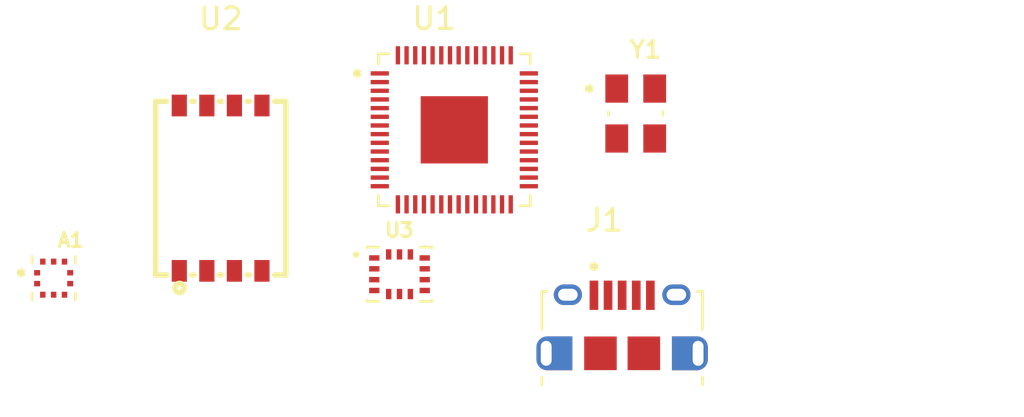
<source format=kicad_pcb>
(kicad_pcb (version 20241229) (generator "pcbnew") (generator_version "9.0")
  (layers (0 "F.Cu" signal) (2 "B.Cu" signal) (13 "F.Paste" user) (15 "B.Paste" user) (5 "F.SilkS" user "F.Silkscreen") (7 "B.SilkS" user "B.Silkscreen") (1 "F.Mask" user) (3 "B.Mask" user) (25 "Edge.Cuts" user))
  (net 0 "")
  (net 2 "/SPI0_SCK")
  (net 3 "GND")
  (net 4 "/SPI0_TX")
  (net 5 "/BARO_CS")
  (net 6 "/SPI0_RX")
  (net 7 "+1V8")
  (net 14 "/QSPI_SD2")
  (net 22 "/QSPI_SD1")
  (net 23 "Net-(U1-USB_DM)")
  (net 27 "/QSPI_SD3")
  (net 30 "/QSPI_SD0")
  (net 31 "Net-(U1-USB_DP)")
  (net 38 "/QSPI_SS")
  (net 39 "/QSPI_SCLK")
  (net 40 "+1V1")
  (net 42 "/GYRO_CS")
  (net 48 "/USB_D+")
  (net 50 "/USB_D-")
  (net 56 "VBUS")
  (footprint "Components:AMPHENOL_10118194-0001LF" (layer "F.Cu") (at 146 91.6)
    (property "Reference" "J1" (at -0.825 -6.135 0) (layer "F.SilkS"))
    (property "Value" "10118194-0001LF")
    (fp_line (start -3.7 -2.85) (end -3.47 -2.85) (stroke (width 0.127)) (layer "F.SilkS"))
    (fp_line (start -3.7 -1.1) (end -3.7 -2.85) (stroke (width 0.127)) (layer "F.SilkS"))
    (fp_line (start -3.7 1.45) (end -3.7 1.1) (stroke (width 0.127)) (layer "F.SilkS"))
    (fp_line (start 3.47 -2.85) (end 3.7 -2.85) (stroke (width 0.127)) (layer "F.SilkS"))
    (fp_line (start 3.7 -2.85) (end 3.7 -1.1) (stroke (width 0.127)) (layer "F.SilkS"))
    (fp_line (start 3.7 1.1) (end 3.7 1.45) (stroke (width 0.127)) (layer "F.SilkS"))
    (fp_circle (center -1.3 -4) (end -1.2 -4) (stroke (width 0.2)) (fill no) (layer "F.SilkS"))
    (pad "1" smd rect (at -1.3 -2.675) (size 0.4 1.35) (layers "F.Cu" "F.Mask" "F.Paste") (net 56 "VBUS"))
    (pad "2" smd rect (at -0.65 -2.675) (size 0.4 1.35) (layers "F.Cu" "F.Mask" "F.Paste") (net 50 "/USB_D-"))
    (pad "3" smd rect (at 0 -2.675) (size 0.4 1.35) (layers "F.Cu" "F.Mask" "F.Paste") (net 48 "/USB_D+"))
    (pad "4" smd rect (at 0.65 -2.675) (size 0.4 1.35) (layers "F.Cu" "F.Mask" "F.Paste"))
    (pad "5" smd rect (at 1.3 -2.675) (size 0.4 1.35) (layers "F.Cu" "F.Mask" "F.Paste") (net 3 "GND"))
    (pad "SH1" thru_hole custom (at -3.5 0) (size 0.775 1.55) (drill oval 0.5 1.15) (layers "*.Cu") (net 3 "GND") (options (clearance outline) (anchor circle)) (primitives (gr_poly (pts (xy 1.2 0.775) (xy 0.055 0.775) (xy 0.029 0.774) (xy 0.003 0.772) (xy -0.023 0.769) (xy -0.049 0.764) (xy -0.074 0.758) (xy -0.1 0.751) (xy -0.124 0.742) (xy -0.148 0.732) (xy -0.172 0.721) (xy -0.195 0.708) (xy -0.217 0.694) (xy -0.239 0.68) (xy -0.26 0.664) (xy -0.28 0.647) (xy -0.299 0.629) (xy -0.317 0.61) (xy -0.334 0.59) (xy -0.35 0.569) (xy -0.364 0.547) (xy -0.378 0.525) (xy -0.391 0.502) (xy -0.402 0.478) (xy -0.412 0.454) (xy -0.421 0.43) (xy -0.428 0.404) (xy -0.434 0.379) (xy -0.439 0.353) (xy -0.442 0.327) (xy -0.444 0.301) (xy -0.445 0.275) (xy -0.445 -0.275) (xy -0.444 -0.301) (xy -0.442 -0.327) (xy -0.439 -0.353) (xy -0.434 -0.379) (xy -0.428 -0.404) (xy -0.421 -0.43) (xy -0.412 -0.454) (xy -0.402 -0.478) (xy -0.391 -0.502) (xy -0.378 -0.525) (xy -0.364 -0.547) (xy -0.35 -0.569) (xy -0.334 -0.59) (xy -0.317 -0.61) (xy -0.299 -0.629) (xy -0.28 -0.647) (xy -0.26 -0.664) (xy -0.239 -0.68) (xy -0.217 -0.694) (xy -0.195 -0.708) (xy -0.172 -0.721) (xy -0.148 -0.732) (xy -0.124 -0.742) (xy -0.1 -0.751) (xy -0.074 -0.758) (xy -0.049 -0.764) (xy -0.023 -0.769) (xy 0.003 -0.772) (xy 0.029 -0.774) (xy 0.055 -0.775) (xy 1.2 -0.775) (xy 1.2 0.775)) (width 0.01) (fill yes))))
    (pad "SH2" smd rect (at 1 0) (size 1.5 1.55) (layers "F.Cu" "F.Mask" "F.Paste") (net 3 "GND"))
    (pad "SH3" smd rect (at -1 0) (size 1.5 1.55) (layers "F.Cu" "F.Mask" "F.Paste") (net 3 "GND"))
    (pad "SH4" thru_hole custom (at 3.5 0) (size 0.775 1.55) (drill oval 0.5 1.15) (layers "*.Cu") (net 3 "GND") (options (clearance outline) (anchor circle)) (primitives (gr_poly (pts (xy -1.2 -0.775) (xy -0.055 -0.775) (xy -0.029 -0.774) (xy -0.003 -0.772) (xy 0.023 -0.769) (xy 0.049 -0.764) (xy 0.074 -0.758) (xy 0.1 -0.751) (xy 0.124 -0.742) (xy 0.148 -0.732) (xy 0.172 -0.721) (xy 0.195 -0.708) (xy 0.217 -0.694) (xy 0.239 -0.68) (xy 0.26 -0.664) (xy 0.28 -0.647) (xy 0.299 -0.629) (xy 0.317 -0.61) (xy 0.334 -0.59) (xy 0.35 -0.569) (xy 0.364 -0.547) (xy 0.378 -0.525) (xy 0.391 -0.502) (xy 0.402 -0.478) (xy 0.412 -0.454) (xy 0.421 -0.43) (xy 0.428 -0.404) (xy 0.434 -0.379) (xy 0.439 -0.353) (xy 0.442 -0.327) (xy 0.444 -0.301) (xy 0.445 -0.275) (xy 0.445 0.275) (xy 0.444 0.301) (xy 0.442 0.327) (xy 0.439 0.353) (xy 0.434 0.379) (xy 0.428 0.404) (xy 0.421 0.43) (xy 0.412 0.454) (xy 0.402 0.478) (xy 0.391 0.502) (xy 0.378 0.525) (xy 0.364 0.547) (xy 0.35 0.569) (xy 0.334 0.59) (xy 0.317 0.61) (xy 0.299 0.629) (xy 0.28 0.647) (xy 0.26 0.664) (xy 0.239 0.68) (xy 0.217 0.694) (xy 0.195 0.708) (xy 0.172 0.721) (xy 0.148 0.732) (xy 0.124 0.742) (xy 0.1 0.751) (xy 0.074 0.758) (xy 0.049 0.764) (xy 0.023 0.769) (xy -0.003 0.772) (xy -0.029 0.774) (xy -0.055 0.775) (xy -1.2 0.775) (xy -1.2 -0.775)) (width 0.01) (fill yes))))
    (pad "SH5" thru_hole oval (at -2.5 -2.7) (size 1.3 0.95) (drill oval 0.9 0.55) (layers "*.Cu" "*.Mask") (net 3 "GND"))
    (pad "SH6" thru_hole oval (at 2.5 -2.7) (size 1.3 0.95) (drill oval 0.9 0.55) (layers "*.Cu" "*.Mask") (net 3 "GND"))
  )
  (footprint "Components:XTAL_ABM8-272-T3" (layer "F.Cu") (at 146.625 80.55)
    (property "Reference" "Y1" (at 0.45 -2.95 0) (layer "F.SilkS") (effects (font (size 0.787402 0.787402))))
    (property "Value" "ABM8-272-T3")
    (fp_line (start -1.25 -0.085) (end -1.25 0.085) (stroke (width 0.127)) (layer "F.SilkS"))
    (fp_line (start 1.25 -0.085) (end 1.25 0.085) (stroke (width 0.127)) (layer "F.SilkS"))
    (fp_circle (center -2.145 -1.15) (end -2.045 -1.15) (stroke (width 0.2)) (fill no) (layer "F.SilkS"))
    (pad "1" smd rect (at -0.875 -1.15) (size 1.05 1.3) (layers "F.Cu" "F.Mask" "F.Paste"))
    (pad "2" smd rect (at -0.875 1.15) (size 1.05 1.3) (layers "F.Cu" "F.Mask" "F.Paste"))
    (pad "3" smd rect (at 0.875 1.15) (size 1.05 1.3) (layers "F.Cu" "F.Mask" "F.Paste"))
    (pad "4" smd rect (at 0.875 -1.15) (size 1.05 1.3) (layers "F.Cu" "F.Mask" "F.Paste"))
  )
  (footprint "easyeda2kicad:U-PDFN-8_L6.0-W8.0-P1.27-BL" (layer "F.Cu") (at 127.5 83.99)
    (property "Reference" "U2" (at 0 -7.81 0) (layer "F.SilkS"))
    (property "Value" "MT29F2G01ABAGDWB-IT-G")
    (fp_line (start -3 -4) (end -3 4) (stroke (width 0.25)) (layer "F.SilkS"))
    (fp_line (start -3 -4) (end -2.5 -4) (stroke (width 0.25)) (layer "F.SilkS"))
    (fp_line (start -3 4) (end -2.5 4) (stroke (width 0.25)) (layer "F.SilkS"))
    (fp_line (start -2.5 -4) (end -2.49 -4) (stroke (width 0.25)) (layer "F.SilkS"))
    (fp_line (start -2.5 4) (end -2.49 4) (stroke (width 0.25)) (layer "F.SilkS"))
    (fp_line (start -1.33 -4) (end -1.22 -4) (stroke (width 0.25)) (layer "F.SilkS"))
    (fp_line (start -1.33 4) (end -1.22 4) (stroke (width 0.25)) (layer "F.SilkS"))
    (fp_line (start -0.06 -4) (end 0.05 -4) (stroke (width 0.25)) (layer "F.SilkS"))
    (fp_line (start -0.06 4) (end 0.05 4) (stroke (width 0.25)) (layer "F.SilkS"))
    (fp_line (start 1.22 -4) (end 1.33 -4) (stroke (width 0.25)) (layer "F.SilkS"))
    (fp_line (start 1.22 4) (end 1.33 4) (stroke (width 0.25)) (layer "F.SilkS"))
    (fp_line (start 2.49 -4) (end 2.5 -4) (stroke (width 0.25)) (layer "F.SilkS"))
    (fp_line (start 2.49 4) (end 2.5 4) (stroke (width 0.25)) (layer "F.SilkS"))
    (fp_line (start 2.5 -4) (end 3 -4) (stroke (width 0.25)) (layer "F.SilkS"))
    (fp_line (start 2.5 4) (end 3 4) (stroke (width 0.25)) (layer "F.SilkS"))
    (fp_line (start 3 -4) (end 3 4) (stroke (width 0.25)) (layer "F.SilkS"))
    (fp_circle (center -1.9 4.6) (end -1.81 4.6) (stroke (width 0.25)) (fill no) (layer "F.SilkS"))
    (pad "1" smd rect (at -1.91 3.81 180) (size 0.7 1) (layers "F.Cu" "F.Mask" "F.Paste") (net 38 "/QSPI_SS"))
    (pad "2" smd rect (at -0.64 3.81) (size 0.7 1) (layers "F.Cu" "F.Mask" "F.Paste") (net 22 "/QSPI_SD1"))
    (pad "3" smd rect (at 0.63 3.81) (size 0.7 1) (layers "F.Cu" "F.Mask" "F.Paste") (net 14 "/QSPI_SD2"))
    (pad "4" smd rect (at 1.9 3.81) (size 0.7 1) (layers "F.Cu" "F.Mask" "F.Paste") (net 3 "GND"))
    (pad "5" smd rect (at 1.9 -3.81) (size 0.7 1) (layers "F.Cu" "F.Mask" "F.Paste") (net 30 "/QSPI_SD0"))
    (pad "6" smd rect (at 0.63 -3.81) (size 0.7 1) (layers "F.Cu" "F.Mask" "F.Paste") (net 39 "/QSPI_SCLK"))
    (pad "7" smd rect (at -0.64 -3.81) (size 0.7 1) (layers "F.Cu" "F.Mask" "F.Paste") (net 27 "/QSPI_SD3"))
    (pad "8" smd rect (at -1.91 -3.81) (size 0.7 1) (layers "F.Cu" "F.Mask" "F.Paste"))
  )
  (footprint "Components:QFN40P700X700X90-57N" (layer "F.Cu") (at 138.265 81.3)
    (property "Reference" "U1" (at -0.93 -5.135 0) (layer "F.SilkS"))
    (property "Value" "SC0914_13_")
    (fp_line (start -3.5 -3.5) (end -3.5 -3.02) (stroke (width 0.127)) (layer "F.SilkS"))
    (fp_line (start -3.5 -3.5) (end -3.02 -3.5) (stroke (width 0.127)) (layer "F.SilkS"))
    (fp_line (start -3.5 3.5) (end -3.5 3.02) (stroke (width 0.127)) (layer "F.SilkS"))
    (fp_line (start -3.5 3.5) (end -3.02 3.5) (stroke (width 0.127)) (layer "F.SilkS"))
    (fp_line (start 3.5 -3.5) (end 3.02 -3.5) (stroke (width 0.127)) (layer "F.SilkS"))
    (fp_line (start 3.5 -3.5) (end 3.5 -3.02) (stroke (width 0.127)) (layer "F.SilkS"))
    (fp_line (start 3.5 3.5) (end 3.02 3.5) (stroke (width 0.127)) (layer "F.SilkS"))
    (fp_line (start 3.5 3.5) (end 3.5 3.02) (stroke (width 0.127)) (layer "F.SilkS"))
    (fp_circle (center -4.475 -2.6) (end -4.375 -2.6) (stroke (width 0.2)) (fill no) (layer "F.SilkS"))
    (pad "1" smd roundrect (at -3.435 -2.6) (size 0.84 0.2) (layers "F.Cu" "F.Mask" "F.Paste") (roundrect_rratio 0.125))
    (pad "2" smd roundrect (at -3.435 -2.2) (size 0.84 0.2) (layers "F.Cu" "F.Mask" "F.Paste") (roundrect_rratio 0.125) (net 6 "/SPI0_RX"))
    (pad "3" smd roundrect (at -3.435 -1.8) (size 0.84 0.2) (layers "F.Cu" "F.Mask" "F.Paste") (roundrect_rratio 0.125) (net 42 "/GYRO_CS"))
    (pad "4" smd roundrect (at -3.435 -1.4) (size 0.84 0.2) (layers "F.Cu" "F.Mask" "F.Paste") (roundrect_rratio 0.125) (net 2 "/SPI0_SCK"))
    (pad "5" smd roundrect (at -3.435 -1) (size 0.84 0.2) (layers "F.Cu" "F.Mask" "F.Paste") (roundrect_rratio 0.125) (net 4 "/SPI0_TX"))
    (pad "6" smd roundrect (at -3.435 -0.6) (size 0.84 0.2) (layers "F.Cu" "F.Mask" "F.Paste") (roundrect_rratio 0.125) (net 5 "/BARO_CS"))
    (pad "7" smd roundrect (at -3.435 -0.2) (size 0.84 0.2) (layers "F.Cu" "F.Mask" "F.Paste") (roundrect_rratio 0.125))
    (pad "8" smd roundrect (at -3.435 0.2) (size 0.84 0.2) (layers "F.Cu" "F.Mask" "F.Paste") (roundrect_rratio 0.125))
    (pad "9" smd roundrect (at -3.435 0.6) (size 0.84 0.2) (layers "F.Cu" "F.Mask" "F.Paste") (roundrect_rratio 0.125))
    (pad "10" smd roundrect (at -3.435 1) (size 0.84 0.2) (layers "F.Cu" "F.Mask" "F.Paste") (roundrect_rratio 0.125))
    (pad "11" smd roundrect (at -3.435 1.4) (size 0.84 0.2) (layers "F.Cu" "F.Mask" "F.Paste") (roundrect_rratio 0.125))
    (pad "12" smd roundrect (at -3.435 1.8) (size 0.84 0.2) (layers "F.Cu" "F.Mask" "F.Paste") (roundrect_rratio 0.125))
    (pad "13" smd roundrect (at -3.435 2.2) (size 0.84 0.2) (layers "F.Cu" "F.Mask" "F.Paste") (roundrect_rratio 0.125))
    (pad "14" smd roundrect (at -3.435 2.6) (size 0.84 0.2) (layers "F.Cu" "F.Mask" "F.Paste") (roundrect_rratio 0.125))
    (pad "15" smd roundrect (at -2.6 3.435) (size 0.2 0.84) (layers "F.Cu" "F.Mask" "F.Paste") (roundrect_rratio 0.125))
    (pad "16" smd roundrect (at -2.2 3.435) (size 0.2 0.84) (layers "F.Cu" "F.Mask" "F.Paste") (roundrect_rratio 0.125))
    (pad "17" smd roundrect (at -1.8 3.435) (size 0.2 0.84) (layers "F.Cu" "F.Mask" "F.Paste") (roundrect_rratio 0.125))
    (pad "18" smd roundrect (at -1.4 3.435) (size 0.2 0.84) (layers "F.Cu" "F.Mask" "F.Paste") (roundrect_rratio 0.125))
    (pad "19" smd roundrect (at -1 3.435) (size 0.2 0.84) (layers "F.Cu" "F.Mask" "F.Paste") (roundrect_rratio 0.125) (net 3 "GND"))
    (pad "20" smd roundrect (at -0.6 3.435) (size 0.2 0.84) (layers "F.Cu" "F.Mask" "F.Paste") (roundrect_rratio 0.125))
    (pad "21" smd roundrect (at -0.2 3.435) (size 0.2 0.84) (layers "F.Cu" "F.Mask" "F.Paste") (roundrect_rratio 0.125))
    (pad "22" smd roundrect (at 0.2 3.435) (size 0.2 0.84) (layers "F.Cu" "F.Mask" "F.Paste") (roundrect_rratio 0.125))
    (pad "23" smd roundrect (at 0.6 3.435) (size 0.2 0.84) (layers "F.Cu" "F.Mask" "F.Paste") (roundrect_rratio 0.125) (net 40 "+1V1"))
    (pad "24" smd roundrect (at 1 3.435) (size 0.2 0.84) (layers "F.Cu" "F.Mask" "F.Paste") (roundrect_rratio 0.125))
    (pad "25" smd roundrect (at 1.4 3.435) (size 0.2 0.84) (layers "F.Cu" "F.Mask" "F.Paste") (roundrect_rratio 0.125))
    (pad "26" smd roundrect (at 1.8 3.435) (size 0.2 0.84) (layers "F.Cu" "F.Mask" "F.Paste") (roundrect_rratio 0.125))
    (pad "27" smd roundrect (at 2.2 3.435) (size 0.2 0.84) (layers "F.Cu" "F.Mask" "F.Paste") (roundrect_rratio 0.125))
    (pad "28" smd roundrect (at 2.6 3.435) (size 0.2 0.84) (layers "F.Cu" "F.Mask" "F.Paste") (roundrect_rratio 0.125))
    (pad "29" smd roundrect (at 3.435 2.6) (size 0.84 0.2) (layers "F.Cu" "F.Mask" "F.Paste") (roundrect_rratio 0.125))
    (pad "30" smd roundrect (at 3.435 2.2) (size 0.84 0.2) (layers "F.Cu" "F.Mask" "F.Paste") (roundrect_rratio 0.125))
    (pad "31" smd roundrect (at 3.435 1.8) (size 0.84 0.2) (layers "F.Cu" "F.Mask" "F.Paste") (roundrect_rratio 0.125))
    (pad "32" smd roundrect (at 3.435 1.4) (size 0.84 0.2) (layers "F.Cu" "F.Mask" "F.Paste") (roundrect_rratio 0.125))
    (pad "33" smd roundrect (at 3.435 1) (size 0.84 0.2) (layers "F.Cu" "F.Mask" "F.Paste") (roundrect_rratio 0.125))
    (pad "34" smd roundrect (at 3.435 0.6) (size 0.84 0.2) (layers "F.Cu" "F.Mask" "F.Paste") (roundrect_rratio 0.125))
    (pad "35" smd roundrect (at 3.435 0.2) (size 0.84 0.2) (layers "F.Cu" "F.Mask" "F.Paste") (roundrect_rratio 0.125))
    (pad "36" smd roundrect (at 3.435 -0.2) (size 0.84 0.2) (layers "F.Cu" "F.Mask" "F.Paste") (roundrect_rratio 0.125))
    (pad "37" smd roundrect (at 3.435 -0.6) (size 0.84 0.2) (layers "F.Cu" "F.Mask" "F.Paste") (roundrect_rratio 0.125))
    (pad "38" smd roundrect (at 3.435 -1) (size 0.84 0.2) (layers "F.Cu" "F.Mask" "F.Paste") (roundrect_rratio 0.125))
    (pad "39" smd roundrect (at 3.435 -1.4) (size 0.84 0.2) (layers "F.Cu" "F.Mask" "F.Paste") (roundrect_rratio 0.125))
    (pad "40" smd roundrect (at 3.435 -1.8) (size 0.84 0.2) (layers "F.Cu" "F.Mask" "F.Paste") (roundrect_rratio 0.125))
    (pad "41" smd roundrect (at 3.435 -2.2) (size 0.84 0.2) (layers "F.Cu" "F.Mask" "F.Paste") (roundrect_rratio 0.125))
    (pad "42" smd roundrect (at 3.435 -2.6) (size 0.84 0.2) (layers "F.Cu" "F.Mask" "F.Paste") (roundrect_rratio 0.125))
    (pad "43" smd roundrect (at 2.6 -3.435) (size 0.2 0.84) (layers "F.Cu" "F.Mask" "F.Paste") (roundrect_rratio 0.125))
    (pad "44" smd roundrect (at 2.2 -3.435) (size 0.2 0.84) (layers "F.Cu" "F.Mask" "F.Paste") (roundrect_rratio 0.125))
    (pad "45" smd roundrect (at 1.8 -3.435) (size 0.2 0.84) (layers "F.Cu" "F.Mask" "F.Paste") (roundrect_rratio 0.125) (net 40 "+1V1"))
    (pad "46" smd roundrect (at 1.4 -3.435) (size 0.2 0.84) (layers "F.Cu" "F.Mask" "F.Paste") (roundrect_rratio 0.125) (net 23 "Net-(U1-USB_DM)"))
    (pad "47" smd roundrect (at 1 -3.435) (size 0.2 0.84) (layers "F.Cu" "F.Mask" "F.Paste") (roundrect_rratio 0.125) (net 31 "Net-(U1-USB_DP)"))
    (pad "48" smd roundrect (at 0.6 -3.435) (size 0.2 0.84) (layers "F.Cu" "F.Mask" "F.Paste") (roundrect_rratio 0.125))
    (pad "49" smd roundrect (at 0.2 -3.435) (size 0.2 0.84) (layers "F.Cu" "F.Mask" "F.Paste") (roundrect_rratio 0.125))
    (pad "50" smd roundrect (at -0.2 -3.435) (size 0.2 0.84) (layers "F.Cu" "F.Mask" "F.Paste") (roundrect_rratio 0.125) (net 40 "+1V1"))
    (pad "51" smd roundrect (at -0.6 -3.435) (size 0.2 0.84) (layers "F.Cu" "F.Mask" "F.Paste") (roundrect_rratio 0.125) (net 27 "/QSPI_SD3"))
    (pad "52" smd roundrect (at -1 -3.435) (size 0.2 0.84) (layers "F.Cu" "F.Mask" "F.Paste") (roundrect_rratio 0.125) (net 39 "/QSPI_SCLK"))
    (pad "53" smd roundrect (at -1.4 -3.435) (size 0.2 0.84) (layers "F.Cu" "F.Mask" "F.Paste") (roundrect_rratio 0.125) (net 30 "/QSPI_SD0"))
    (pad "54" smd roundrect (at -1.8 -3.435) (size 0.2 0.84) (layers "F.Cu" "F.Mask" "F.Paste") (roundrect_rratio 0.125) (net 14 "/QSPI_SD2"))
    (pad "55" smd roundrect (at -2.2 -3.435) (size 0.2 0.84) (layers "F.Cu" "F.Mask" "F.Paste") (roundrect_rratio 0.125) (net 22 "/QSPI_SD1"))
    (pad "56" smd roundrect (at -2.6 -3.435) (size 0.2 0.84) (layers "F.Cu" "F.Mask" "F.Paste") (roundrect_rratio 0.125) (net 38 "/QSPI_SS"))
    (pad "57" smd rect (at 0 0) (size 3.1 3.1) (layers "F.Cu" "F.Mask") (net 3 "GND"))
  )
  (footprint "Components:XDCR_BMI270" (layer "F.Cu") (at 135.74 87.955)
    (property "Reference" "U3" (at -0.008 -2.0314 0) (layer "F.SilkS") (effects (font (size 0.64 0.64))))
    (property "Value" "BMI270")
    (fp_line (start -1.5 -1.25) (end -1.5 -1.195) (stroke (width 0.127)) (layer "F.SilkS"))
    (fp_line (start -1.5 -1.25) (end -0.945 -1.25) (stroke (width 0.127)) (layer "F.SilkS"))
    (fp_line (start -1.5 1.195) (end -1.5 1.25) (stroke (width 0.127)) (layer "F.SilkS"))
    (fp_line (start -1.5 1.25) (end -0.945 1.25) (stroke (width 0.127)) (layer "F.SilkS"))
    (fp_line (start 0.945 -1.25) (end 1.5 -1.25) (stroke (width 0.127)) (layer "F.SilkS"))
    (fp_line (start 0.945 1.25) (end 1.5 1.25) (stroke (width 0.127)) (layer "F.SilkS"))
    (fp_line (start 1.5 -1.25) (end 1.5 -1.195) (stroke (width 0.127)) (layer "F.SilkS"))
    (fp_line (start 1.5 1.195) (end 1.5 1.25) (stroke (width 0.127)) (layer "F.SilkS"))
    (fp_circle (center -2 -0.9) (end -1.925 -0.9) (stroke (width 0.15)) (fill no) (layer "F.SilkS"))
    (pad "1" smd rect (at -1.1625 -0.75) (size 0.475 0.25) (layers "F.Cu" "F.Mask" "F.Paste") (net 6 "/SPI0_RX"))
    (pad "2" smd rect (at -1.1625 -0.25) (size 0.475 0.25) (layers "F.Cu" "F.Mask" "F.Paste"))
    (pad "3" smd rect (at -1.1625 0.25) (size 0.475 0.25) (layers "F.Cu" "F.Mask" "F.Paste"))
    (pad "4" smd rect (at -1.1625 0.75) (size 0.475 0.25) (layers "F.Cu" "F.Mask" "F.Paste"))
    (pad "5" smd rect (at -0.5 0.9125) (size 0.25 0.475) (layers "F.Cu" "F.Mask" "F.Paste") (net 7 "+1V8"))
    (pad "6" smd rect (at 0 0.9125) (size 0.25 0.475) (layers "F.Cu" "F.Mask" "F.Paste") (net 3 "GND"))
    (pad "7" smd rect (at 0.5 0.9125) (size 0.25 0.475) (layers "F.Cu" "F.Mask" "F.Paste") (net 3 "GND"))
    (pad "8" smd rect (at 1.1625 0.75) (size 0.475 0.25) (layers "F.Cu" "F.Mask" "F.Paste") (net 7 "+1V8"))
    (pad "9" smd rect (at 1.1625 0.25) (size 0.475 0.25) (layers "F.Cu" "F.Mask" "F.Paste"))
    (pad "10" smd rect (at 1.1625 -0.25) (size 0.475 0.25) (layers "F.Cu" "F.Mask" "F.Paste"))
    (pad "11" smd rect (at 1.1625 -0.75) (size 0.475 0.25) (layers "F.Cu" "F.Mask" "F.Paste"))
    (pad "12" smd rect (at 0.5 -0.9125) (size 0.25 0.475) (layers "F.Cu" "F.Mask" "F.Paste") (net 42 "/GYRO_CS"))
    (pad "13" smd rect (at 0 -0.9125) (size 0.25 0.475) (layers "F.Cu" "F.Mask" "F.Paste") (net 2 "/SPI0_SCK"))
    (pad "14" smd rect (at -0.5 -0.9125) (size 0.25 0.475) (layers "F.Cu" "F.Mask" "F.Paste") (net 4 "/SPI0_TX"))
  )
  (footprint "Components:XDCR_ENS220S-BLGT" (layer "F.Cu") (at 119.8 88.1375)
    (property "Reference" "A1" (at 0.782 -1.7564 0) (layer "F.SilkS") (effects (font (size 0.64 0.64))))
    (property "Value" "ENS220S-BLGT")
    (fp_line (start -1 -0.695) (end -1 -1) (stroke (width 0.127)) (layer "F.SilkS"))
    (fp_line (start -1 1) (end -1 0.695) (stroke (width 0.127)) (layer "F.SilkS"))
    (fp_line (start 1 -1) (end 1 -0.695) (stroke (width 0.127)) (layer "F.SilkS"))
    (fp_line (start 1 1) (end 1 0.695) (stroke (width 0.127)) (layer "F.SilkS"))
    (fp_circle (center -1.5 -0.25) (end -1.4 -0.25) (stroke (width 0.2)) (fill no) (layer "F.SilkS"))
    (pad "1" smd rect (at -0.7625 -0.25) (size 0.275 0.25) (layers "F.Cu" "F.Mask" "F.Paste"))
    (pad "2" smd rect (at -0.7625 0.25) (size 0.275 0.25) (layers "F.Cu" "F.Mask" "F.Paste") (net 2 "/SPI0_SCK"))
    (pad "3" smd rect (at -0.5 0.7625) (size 0.25 0.275) (layers "F.Cu" "F.Mask" "F.Paste") (net 3 "GND"))
    (pad "4" smd rect (at 0 0.7625) (size 0.25 0.275) (layers "F.Cu" "F.Mask" "F.Paste") (net 4 "/SPI0_TX"))
    (pad "5" smd rect (at 0.5 0.7625) (size 0.25 0.275) (layers "F.Cu" "F.Mask" "F.Paste"))
    (pad "6" smd rect (at 0.7625 0.25) (size 0.275 0.25) (layers "F.Cu" "F.Mask" "F.Paste") (net 5 "/BARO_CS"))
    (pad "7" smd rect (at 0.7625 -0.25) (size 0.275 0.25) (layers "F.Cu" "F.Mask" "F.Paste") (net 6 "/SPI0_RX"))
    (pad "8" smd rect (at 0.5 -0.7625) (size 0.25 0.275) (layers "F.Cu" "F.Mask" "F.Paste") (net 3 "GND"))
    (pad "9" smd rect (at 0 -0.7625) (size 0.25 0.275) (layers "F.Cu" "F.Mask" "F.Paste") (net 3 "GND"))
    (pad "10" smd rect (at -0.5 -0.7625) (size 0.25 0.275) (layers "F.Cu" "F.Mask" "F.Paste") (net 7 "+1V8"))
  )
)
</source>
